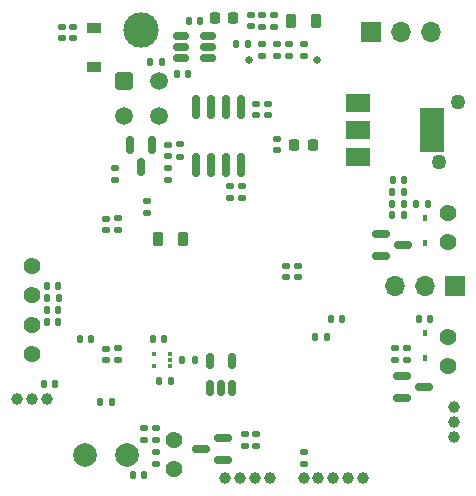
<source format=gbr>
%TF.GenerationSoftware,KiCad,Pcbnew,(6.0.7)*%
%TF.CreationDate,2022-09-21T17:53:50+02:00*%
%TF.ProjectId,CANpaca-EB-schematics,43414e70-6163-4612-9d45-422d73636865,rev?*%
%TF.SameCoordinates,Original*%
%TF.FileFunction,Soldermask,Bot*%
%TF.FilePolarity,Negative*%
%FSLAX46Y46*%
G04 Gerber Fmt 4.6, Leading zero omitted, Abs format (unit mm)*
G04 Created by KiCad (PCBNEW (6.0.7)) date 2022-09-21 17:53:50*
%MOMM*%
%LPD*%
G01*
G04 APERTURE LIST*
G04 Aperture macros list*
%AMRoundRect*
0 Rectangle with rounded corners*
0 $1 Rounding radius*
0 $2 $3 $4 $5 $6 $7 $8 $9 X,Y pos of 4 corners*
0 Add a 4 corners polygon primitive as box body*
4,1,4,$2,$3,$4,$5,$6,$7,$8,$9,$2,$3,0*
0 Add four circle primitives for the rounded corners*
1,1,$1+$1,$2,$3*
1,1,$1+$1,$4,$5*
1,1,$1+$1,$6,$7*
1,1,$1+$1,$8,$9*
0 Add four rect primitives between the rounded corners*
20,1,$1+$1,$2,$3,$4,$5,0*
20,1,$1+$1,$4,$5,$6,$7,0*
20,1,$1+$1,$6,$7,$8,$9,0*
20,1,$1+$1,$8,$9,$2,$3,0*%
G04 Aperture macros list end*
%ADD10C,1.425000*%
%ADD11C,0.650000*%
%ADD12R,1.700000X1.700000*%
%ADD13O,1.700000X1.700000*%
%ADD14C,1.000000*%
%ADD15C,1.270000*%
%ADD16C,3.000000*%
%ADD17RoundRect,0.250001X-0.499999X-0.499999X0.499999X-0.499999X0.499999X0.499999X-0.499999X0.499999X0*%
%ADD18C,1.500000*%
%ADD19C,2.000000*%
%ADD20RoundRect,0.140000X0.170000X-0.140000X0.170000X0.140000X-0.170000X0.140000X-0.170000X-0.140000X0*%
%ADD21RoundRect,0.140000X-0.140000X-0.170000X0.140000X-0.170000X0.140000X0.170000X-0.140000X0.170000X0*%
%ADD22RoundRect,0.135000X-0.135000X-0.185000X0.135000X-0.185000X0.135000X0.185000X-0.135000X0.185000X0*%
%ADD23RoundRect,0.140000X-0.170000X0.140000X-0.170000X-0.140000X0.170000X-0.140000X0.170000X0.140000X0*%
%ADD24RoundRect,0.135000X0.185000X-0.135000X0.185000X0.135000X-0.185000X0.135000X-0.185000X-0.135000X0*%
%ADD25RoundRect,0.218750X-0.218750X-0.381250X0.218750X-0.381250X0.218750X0.381250X-0.218750X0.381250X0*%
%ADD26R,0.450000X0.600000*%
%ADD27RoundRect,0.135000X0.135000X0.185000X-0.135000X0.185000X-0.135000X-0.185000X0.135000X-0.185000X0*%
%ADD28R,2.000000X1.500000*%
%ADD29R,2.000000X3.800000*%
%ADD30RoundRect,0.135000X-0.185000X0.135000X-0.185000X-0.135000X0.185000X-0.135000X0.185000X0.135000X0*%
%ADD31R,0.450000X0.300000*%
%ADD32RoundRect,0.218750X-0.218750X-0.256250X0.218750X-0.256250X0.218750X0.256250X-0.218750X0.256250X0*%
%ADD33RoundRect,0.150000X0.512500X0.150000X-0.512500X0.150000X-0.512500X-0.150000X0.512500X-0.150000X0*%
%ADD34RoundRect,0.150000X0.587500X0.150000X-0.587500X0.150000X-0.587500X-0.150000X0.587500X-0.150000X0*%
%ADD35RoundRect,0.218750X0.218750X0.381250X-0.218750X0.381250X-0.218750X-0.381250X0.218750X-0.381250X0*%
%ADD36RoundRect,0.140000X0.140000X0.170000X-0.140000X0.170000X-0.140000X-0.170000X0.140000X-0.170000X0*%
%ADD37RoundRect,0.150000X-0.150000X0.587500X-0.150000X-0.587500X0.150000X-0.587500X0.150000X0.587500X0*%
%ADD38R,1.200000X0.900000*%
%ADD39RoundRect,0.150000X-0.587500X-0.150000X0.587500X-0.150000X0.587500X0.150000X-0.587500X0.150000X0*%
%ADD40RoundRect,0.150000X0.150000X-0.825000X0.150000X0.825000X-0.150000X0.825000X-0.150000X-0.825000X0*%
%ADD41RoundRect,0.150000X0.150000X-0.512500X0.150000X0.512500X-0.150000X0.512500X-0.150000X-0.512500X0*%
G04 APERTURE END LIST*
D10*
%TO.C,J17*%
X90000000Y-73500000D03*
X90000000Y-71000000D03*
%TD*%
D11*
%TO.C,J9*%
X96360000Y-38812500D03*
X102140000Y-38812500D03*
%TD*%
D12*
%TO.C,J11*%
X106725000Y-36500000D03*
D13*
X109265000Y-36500000D03*
X111805000Y-36500000D03*
%TD*%
D14*
%TO.C,J12*%
X98125000Y-74250000D03*
X96875000Y-74250000D03*
X95625000Y-74250000D03*
X94375000Y-74250000D03*
%TD*%
%TO.C,J16*%
X113750000Y-68250000D03*
X113750000Y-69500000D03*
X113750000Y-70750000D03*
%TD*%
%TO.C,J14*%
X106000000Y-74250000D03*
X104750000Y-74250000D03*
X103500000Y-74250000D03*
X102250000Y-74250000D03*
X101000000Y-74250000D03*
%TD*%
D12*
%TO.C,J4*%
X113775000Y-58000000D03*
D13*
X111235000Y-58000000D03*
X108695000Y-58000000D03*
%TD*%
D10*
%TO.C,J8*%
X78000000Y-56250000D03*
X78000000Y-58750000D03*
X78000000Y-61250000D03*
X78000000Y-63750000D03*
%TD*%
D15*
%TO.C,F1*%
X112450000Y-47500000D03*
X114050000Y-42400000D03*
%TD*%
D14*
%TO.C,J13*%
X79250000Y-67500000D03*
X78000000Y-67500000D03*
X76750000Y-67500000D03*
%TD*%
D16*
%TO.C,J7*%
X87250000Y-36265000D03*
D17*
X85750000Y-40585000D03*
D18*
X88750000Y-40585000D03*
X85750000Y-43585000D03*
X88750000Y-43585000D03*
%TD*%
D10*
%TO.C,J2*%
X113250000Y-62250000D03*
X113250000Y-64750000D03*
%TD*%
D19*
%TO.C,J6*%
X82500000Y-72250000D03*
X86000000Y-72250000D03*
%TD*%
D10*
%TO.C,J5*%
X113250000Y-51750000D03*
X113250000Y-54250000D03*
%TD*%
D20*
%TO.C,C32*%
X98750000Y-38480000D03*
X98750000Y-37520000D03*
%TD*%
D21*
%TO.C,C31*%
X108520000Y-50000000D03*
X109480000Y-50000000D03*
%TD*%
D22*
%TO.C,R5*%
X108490000Y-51000000D03*
X109510000Y-51000000D03*
%TD*%
D23*
%TO.C,C2*%
X89500000Y-46020000D03*
X89500000Y-46980000D03*
%TD*%
D21*
%TO.C,C25*%
X91270000Y-35500000D03*
X92230000Y-35500000D03*
%TD*%
D24*
%TO.C,R37*%
X87500000Y-71010000D03*
X87500000Y-69990000D03*
%TD*%
D25*
%TO.C,L2*%
X99937500Y-35500000D03*
X102062500Y-35500000D03*
%TD*%
D26*
%TO.C,D1*%
X111250000Y-61950000D03*
X111250000Y-64050000D03*
%TD*%
D20*
%TO.C,C4*%
X85000000Y-48960000D03*
X85000000Y-48000000D03*
%TD*%
%TO.C,C43*%
X99500000Y-57230000D03*
X99500000Y-56270000D03*
%TD*%
D21*
%TO.C,C33*%
X108540000Y-49000000D03*
X109500000Y-49000000D03*
%TD*%
D27*
%TO.C,R20*%
X96260000Y-37500000D03*
X95240000Y-37500000D03*
%TD*%
D23*
%TO.C,C3*%
X89500000Y-48000000D03*
X89500000Y-48960000D03*
%TD*%
D24*
%TO.C,R38*%
X88500000Y-71010000D03*
X88500000Y-69990000D03*
%TD*%
D20*
%TO.C,C21*%
X80500000Y-37000000D03*
X80500000Y-36040000D03*
%TD*%
D28*
%TO.C,U5*%
X105600000Y-47050000D03*
D29*
X111900000Y-44750000D03*
D28*
X105600000Y-44750000D03*
X105600000Y-42450000D03*
%TD*%
D30*
%TO.C,R12*%
X85250000Y-52240000D03*
X85250000Y-53260000D03*
%TD*%
D31*
%TO.C,U2*%
X89700000Y-63750000D03*
X89700000Y-64250000D03*
X89700000Y-64750000D03*
X88300000Y-64750000D03*
X88300000Y-63750000D03*
%TD*%
D32*
%TO.C,L1*%
X93462500Y-35250000D03*
X95037500Y-35250000D03*
%TD*%
D33*
%TO.C,U4*%
X92887500Y-36800000D03*
X92887500Y-37750000D03*
X92887500Y-38700000D03*
X90612500Y-38700000D03*
X90612500Y-37750000D03*
X90612500Y-36800000D03*
%TD*%
D30*
%TO.C,R1*%
X108750000Y-63230000D03*
X108750000Y-64250000D03*
%TD*%
D32*
%TO.C,L4*%
X100212500Y-46000000D03*
X101787500Y-46000000D03*
%TD*%
D20*
%TO.C,C30*%
X98500000Y-36000000D03*
X98500000Y-35040000D03*
%TD*%
D27*
%TO.C,R14*%
X89010000Y-39000000D03*
X87990000Y-39000000D03*
%TD*%
D21*
%TO.C,C7*%
X79270000Y-61000000D03*
X80230000Y-61000000D03*
%TD*%
D34*
%TO.C,D7*%
X94187500Y-70800000D03*
X94187500Y-72700000D03*
X92312500Y-71750000D03*
%TD*%
D22*
%TO.C,R4*%
X101990000Y-62250000D03*
X103010000Y-62250000D03*
%TD*%
D23*
%TO.C,C27*%
X97000000Y-42520000D03*
X97000000Y-43480000D03*
%TD*%
D24*
%TO.C,R36*%
X88500000Y-73010000D03*
X88500000Y-71990000D03*
%TD*%
D35*
%TO.C,L3*%
X90812500Y-53980000D03*
X88687500Y-53980000D03*
%TD*%
D36*
%TO.C,C5*%
X111730000Y-60750000D03*
X110770000Y-60750000D03*
%TD*%
D37*
%TO.C,D2*%
X86300000Y-46062500D03*
X88200000Y-46062500D03*
X87250000Y-47937500D03*
%TD*%
D24*
%TO.C,R19*%
X99750000Y-38510000D03*
X99750000Y-37490000D03*
%TD*%
D21*
%TO.C,C51*%
X103290000Y-60750000D03*
X104250000Y-60750000D03*
%TD*%
D24*
%TO.C,R17*%
X97500000Y-38510000D03*
X97500000Y-37490000D03*
%TD*%
D26*
%TO.C,D3*%
X111250000Y-52200000D03*
X111250000Y-54300000D03*
%TD*%
D30*
%TO.C,R3*%
X90500000Y-45990000D03*
X90500000Y-47010000D03*
%TD*%
D23*
%TO.C,C1*%
X87750000Y-50790000D03*
X87750000Y-51750000D03*
%TD*%
D20*
%TO.C,C36*%
X100500000Y-57250000D03*
X100500000Y-56290000D03*
%TD*%
D38*
%TO.C,D4*%
X83250000Y-36100000D03*
X83250000Y-39400000D03*
%TD*%
D39*
%TO.C,Q1*%
X109312500Y-67450000D03*
X109312500Y-65550000D03*
X111187500Y-66500000D03*
%TD*%
D22*
%TO.C,R10*%
X83730000Y-67750000D03*
X84750000Y-67750000D03*
%TD*%
D21*
%TO.C,C10*%
X79270000Y-60000000D03*
X80230000Y-60000000D03*
%TD*%
D30*
%TO.C,R13*%
X101000000Y-37500000D03*
X101000000Y-38520000D03*
%TD*%
D36*
%TO.C,C14*%
X83000000Y-62500000D03*
X82040000Y-62500000D03*
%TD*%
D24*
%TO.C,R16*%
X95750000Y-50510000D03*
X95750000Y-49490000D03*
%TD*%
%TO.C,R2*%
X109750000Y-64260000D03*
X109750000Y-63240000D03*
%TD*%
D27*
%TO.C,R9*%
X89760000Y-66000000D03*
X88740000Y-66000000D03*
%TD*%
D36*
%TO.C,C11*%
X80230000Y-58000000D03*
X79270000Y-58000000D03*
%TD*%
D23*
%TO.C,C16*%
X84250000Y-63270000D03*
X84250000Y-64230000D03*
%TD*%
D40*
%TO.C,U6*%
X95655000Y-47725000D03*
X94385000Y-47725000D03*
X93115000Y-47725000D03*
X91845000Y-47725000D03*
X91845000Y-42775000D03*
X93115000Y-42775000D03*
X94385000Y-42775000D03*
X95655000Y-42775000D03*
%TD*%
D21*
%TO.C,C23*%
X90250000Y-40000000D03*
X91210000Y-40000000D03*
%TD*%
D20*
%TO.C,C28*%
X97500000Y-36000000D03*
X97500000Y-35040000D03*
%TD*%
D36*
%TO.C,C18*%
X87480000Y-74000000D03*
X86520000Y-74000000D03*
%TD*%
D20*
%TO.C,C26*%
X96500000Y-35980000D03*
X96500000Y-35020000D03*
%TD*%
%TO.C,C29*%
X98000000Y-43480000D03*
X98000000Y-42520000D03*
%TD*%
D24*
%TO.C,R11*%
X85250000Y-64260000D03*
X85250000Y-63240000D03*
%TD*%
D21*
%TO.C,C15*%
X110540000Y-51000000D03*
X111500000Y-51000000D03*
%TD*%
D27*
%TO.C,R8*%
X80260000Y-59000000D03*
X79240000Y-59000000D03*
%TD*%
D20*
%TO.C,C17*%
X84250000Y-53230000D03*
X84250000Y-52270000D03*
%TD*%
D24*
%TO.C,R15*%
X94750000Y-50510000D03*
X94750000Y-49490000D03*
%TD*%
D30*
%TO.C,R33*%
X96000000Y-70490000D03*
X96000000Y-71510000D03*
%TD*%
D27*
%TO.C,R7*%
X91760000Y-64250000D03*
X90740000Y-64250000D03*
%TD*%
D23*
%TO.C,C37*%
X98750000Y-45520000D03*
X98750000Y-46480000D03*
%TD*%
D24*
%TO.C,R30*%
X101000000Y-73010000D03*
X101000000Y-71990000D03*
%TD*%
D23*
%TO.C,C52*%
X97000000Y-70520000D03*
X97000000Y-71480000D03*
%TD*%
D36*
%TO.C,C50*%
X79960000Y-66250000D03*
X79000000Y-66250000D03*
%TD*%
D41*
%TO.C,U9*%
X94950000Y-66637500D03*
X94000000Y-66637500D03*
X93050000Y-66637500D03*
X93050000Y-64362500D03*
X94950000Y-64362500D03*
%TD*%
D20*
%TO.C,C19*%
X81500000Y-36980000D03*
X81500000Y-36020000D03*
%TD*%
D27*
%TO.C,R6*%
X109510000Y-52000000D03*
X108490000Y-52000000D03*
%TD*%
D36*
%TO.C,C9*%
X89210000Y-62500000D03*
X88250000Y-62500000D03*
%TD*%
D39*
%TO.C,Q2*%
X107562500Y-55450000D03*
X107562500Y-53550000D03*
X109437500Y-54500000D03*
%TD*%
M02*

</source>
